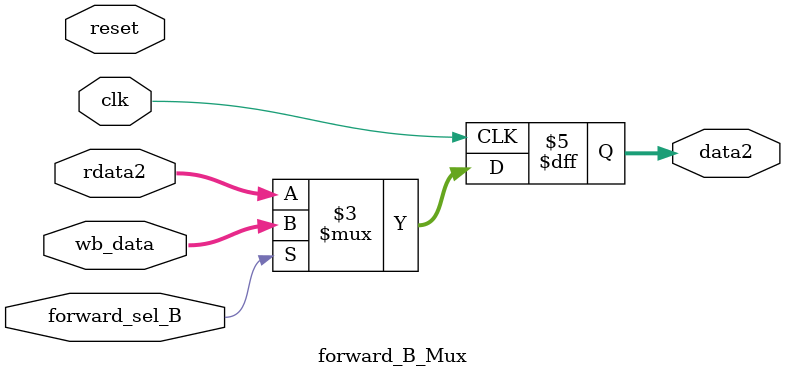
<source format=sv>
module forward_B_Mux ( wb_data, rdata2, clk, reset, forward_sel_B, data2 );
input logic [31:0] wb_data, rdata2;
input logic clk, reset, forward_sel_B;
output logic [31:0] data2;

always_ff @( posedge clk )
begin
        if (forward_sel_B) begin
        data2 <= wb_data;
        end
        
        else begin
        data2 <= rdata2;
        end
end
endmodule
</source>
